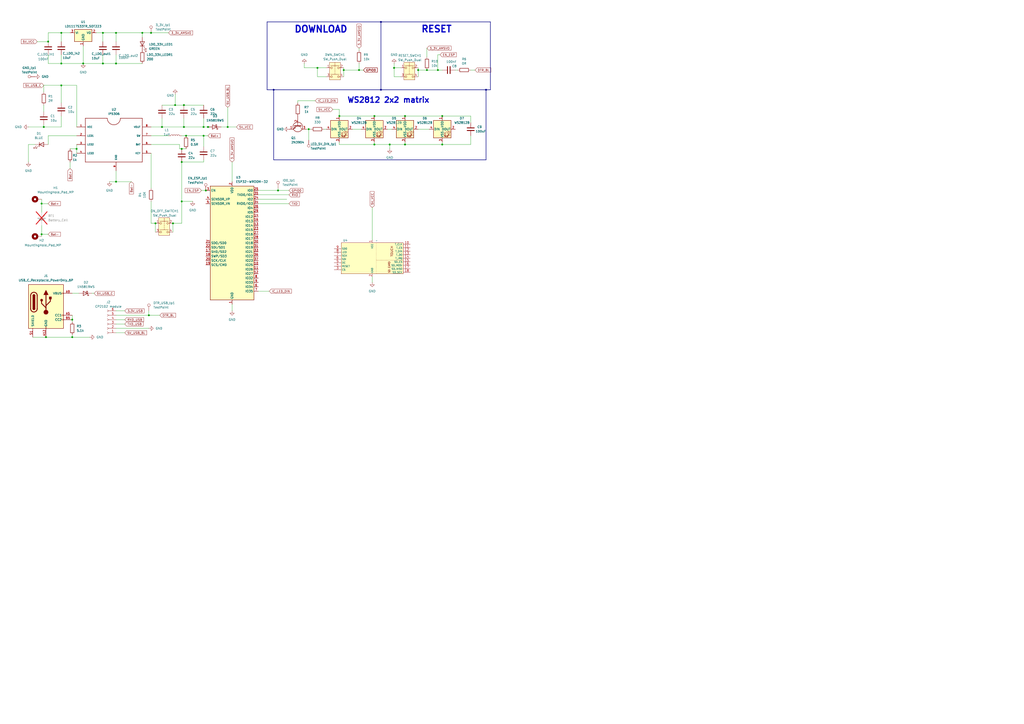
<source format=kicad_sch>
(kicad_sch (version 20231120) (generator "eeschema") (generator_version "8.0")
  (paper "A2")
  (lib_symbols
    (symbol "ASKLib:2.8{dblquote}_display"
      (property "Reference" "U" (at -16.764 9.906 0))
      (symbol "2.8{dblquote}_display_1_1"
        (text "SD CARD\n" (at 9.906 -5.08 900) (effects (font (size 1 1))))
        (text "TOUCH" (at 11.43 4.064 900) (effects (font (size 1.27 1.27))))
        (pin input line (at 0 10.668 270) (length 1.57) (name "VCC") (number "1"))
        (pin input line (at 22.098 8.128 180) (length 4) (name "T_CLK") (number "10"))
        (pin input line (at 22.098 6.096 180) (length 4) (name "T_CS") (number "11"))
        (pin input line (at 22.098 4.064 180) (length 4) (name "T_DIN") (number "12"))
        (pin input line (at 22.098 2.032 180) (length 4) (name "T_DO") (number "13"))
        (pin input line (at 22.098 0 180) (length 4) (name "T_IRQ") (number "14"))
        (pin input line (at 22.098 -2.032 180) (length 4) (name "SD_CS") (number "15"))
        (pin input line (at 22.098 -4.064 180) (length 4) (name "SD_MOSI") (number "16"))
        (pin input line (at 22.098 -6.096 180) (length 4) (name "SD_NISO") (number "17"))
        (pin input line (at 22.098 -8.128 180) (length 4) (name "SD_SCK") (number "18"))
        (pin input line (at 0 -10.668 90) (length 1.57) (name "GND") (number "2"))
        (pin input line (at -22.098 -6.604 0) (length 4) (name "CS") (number "3"))
        (pin input line (at -22.098 -4.572 0) (length 4) (name "RESET") (number "4"))
        (pin input line (at -22.098 -2.54 0) (length 4) (name "DC") (number "5"))
        (pin input line (at -22.098 -0.508 0) (length 4) (name "SDI") (number "6"))
        (pin input line (at -22.098 1.524 0) (length 4) (name "SCK") (number "7"))
        (pin input line (at -22.098 3.556 0) (length 4) (name "LED") (number "8"))
        (pin input line (at -22.098 5.588 0) (length 4) (name "SDO") (number "9"))
      )
    )
    (symbol "Connector:Conn_01x06_Socket" (pin_names (offset 1.016) hide)
      (property "Reference" "J" (at 0 7.62 0))
      (property "Value" "Conn_01x06_Socket" (at 0 -10.16 0))
      (symbol "Conn_01x06_Socket_1_1"
        (pin passive line (at -5.08 5.08 0) (length 3.81) (name "Pin_1") (number "1"))
        (pin passive line (at -5.08 2.54 0) (length 3.81) (name "Pin_2") (number "2"))
        (pin passive line (at -5.08 0 0) (length 3.81) (name "Pin_3") (number "3"))
        (pin passive line (at -5.08 -2.54 0) (length 3.81) (name "Pin_4") (number "4"))
        (pin passive line (at -5.08 -5.08 0) (length 3.81) (name "Pin_5") (number "5"))
        (pin passive line (at -5.08 -7.62 0) (length 3.81) (name "Pin_6") (number "6"))
      )
    )
    (symbol "Connector:TestPoint" (pin_numbers hide) (pin_names (offset 0.762) hide)
      (property "Reference" "TP" (at 0 6.858 0))
      (property "Value" "TestPoint" (at 0 5.08 0))
      (symbol "TestPoint_1_1"
        (pin passive line (at 0 0 90) (length 2.54) (name "1") (number "1"))
      )
    )
    (symbol "Connector:USB_C_Receptacle_PowerOnly_6P" (pin_names (offset 1.016))
      (property "Reference" "J" (at 0 16.51 0))
      (property "Value" "USB_C_Receptacle_PowerOnly_6P" (at 0 13.97 0))
      (symbol "USB_C_Receptacle_PowerOnly_6P_1_1"
        (pin passive line (at 0 -17.78 90) (length 5.08) (name "GND") (number "A12"))
        (pin bidirectional line (at 15.24 -5.08 180) (length 5.08) (name "CC1") (number "A5"))
        (pin passive line (at 15.24 7.62 180) (length 5.08) (name "VBUS") (number "A9"))
        (pin passive line (at 0 -17.78 90) (length 5.08) hide (name "GND") (number "B12"))
        (pin bidirectional line (at 15.24 -7.62 180) (length 5.08) (name "CC2") (number "B5"))
        (pin passive line (at 15.24 7.62 180) (length 5.08) hide (name "VBUS") (number "B9"))
        (pin passive line (at -7.62 -17.78 90) (length 5.08) (name "SHIELD") (number "S1"))
      )
    )
    (symbol "Device:Battery_Cell" (pin_numbers hide) (pin_names (offset 0) hide)
      (property "Reference" "BT" (at 2.54 2.54 0))
      (property "Value" "Battery_Cell" (at 2.54 0 0))
      (symbol "Battery_Cell_1_1"
        (pin passive line (at 0 5.08 270) (length 2.54) (name "+") (number "1"))
        (pin passive line (at 0 -2.54 90) (length 2.54) (name "-") (number "2"))
      )
    )
    (symbol "Device:C" (pin_numbers hide) (pin_names (offset 0.254))
      (property "Reference" "C" (at 0.635 2.54 0))
      (property "Value" "C" (at 0.635 -2.54 0))
      (symbol "C_1_1"
        (pin passive line (at 0 3.81 270) (length 2.794) (name "~") (number "1"))
        (pin passive line (at 0 -3.81 90) (length 2.794) (name "~") (number "2"))
      )
    )
    (symbol "Device:L" (pin_numbers hide) (pin_names (offset 1.016) hide)
      (property "Reference" "L" (at -1.27 0 90))
      (property "Value" "L" (at 1.905 0 90))
      (symbol "L_1_1"
        (pin passive line (at 0 3.81 270) (length 1.27) (name "1") (number "1"))
        (pin passive line (at 0 -3.81 90) (length 1.27) (name "2") (number "2"))
      )
    )
    (symbol "Device:LED" (pin_numbers hide) (pin_names (offset 1.016) hide)
      (property "Reference" "D" (at 0 2.54 0))
      (property "Value" "LED" (at 0 -2.54 0))
      (symbol "LED_1_1"
        (pin passive line (at -3.81 0 0) (length 2.54) (name "K") (number "1"))
        (pin passive line (at 3.81 0 180) (length 2.54) (name "A") (number "2"))
      )
    )
    (symbol "Device:R" (pin_numbers hide) (pin_names (offset 0))
      (property "Reference" "R" (at 2.032 0 90))
      (property "Value" "R" (at 0 0 90))
      (symbol "R_1_1"
        (pin passive line (at 0 3.81 270) (length 1.27) (name "~") (number "1"))
        (pin passive line (at 0 -3.81 90) (length 1.27) (name "~") (number "2"))
      )
    )
    (symbol "Diode:1N5819WS" (pin_numbers hide) (pin_names (offset 1.016) hide)
      (property "Reference" "D" (at 0 2.54 0))
      (property "Value" "1N5819WS" (at 0 -2.54 0))
      (symbol "1N5819WS_1_1"
        (pin passive line (at -3.81 0 0) (length 2.54) (name "K") (number "1"))
        (pin passive line (at 3.81 0 180) (length 2.54) (name "A") (number "2"))
      )
    )
    (symbol "IP5306:IP5306" (pin_names (offset 1.016))
      (property "Reference" "U" (at 12.7 17.78 0))
      (property "Value" "IP5306" (at 12.7 15.24 0))
      (symbol "IP5306_0_0"
        (pin power_in line (at -5.08 20.32 0) (length 5.08) (name "VCC") (number "1"))
        (pin output line (at -5.08 15.24 0) (length 5.08) (name "LED1") (number "2"))
        (pin output line (at -5.08 10.16 0) (length 5.08) (name "LED2") (number "3"))
        (pin output line (at -5.08 5.08 0) (length 5.08) (name "LED3") (number "4"))
        (pin input line (at 38.1 5.08 180) (length 5.08) (name "KEY") (number "5"))
        (pin input line (at 38.1 10.16 180) (length 5.08) (name "BAT") (number "6"))
        (pin output line (at 38.1 15.24 180) (length 5.08) (name "SW") (number "7"))
        (pin output line (at 38.1 20.32 180) (length 5.08) (name "VOUT") (number "8"))
        (pin power_in line (at 17.78 -5.08 90) (length 5.08) (name "GND") (number "9"))
      )
    )
    (symbol "LED:WS2812B" (pin_names (offset 0.254))
      (property "Reference" "D" (at 5.08 5.715 0))
      (property "Value" "WS2812B" (at 1.27 -5.715 0))
      (symbol "WS2812B_0_0"
        (text "RGB" (at 2.286 -4.191 0) (effects (font (size 0.762 0.762))))
      )
      (symbol "WS2812B_1_1"
        (pin power_in line (at 0 7.62 270) (length 2.54) (name "VDD") (number "1"))
        (pin output line (at 7.62 0 180) (length 2.54) (name "DOUT") (number "2"))
        (pin power_in line (at 0 -7.62 90) (length 2.54) (name "VSS") (number "3"))
        (pin input line (at -7.62 0 0) (length 2.54) (name "DIN") (number "4"))
      )
    )
    (symbol "Mechanical:MountingHole_Pad_MP" (pin_numbers hide) (pin_names (offset 1.016) hide) (exclude_from_sim yes) (in_bom no)
      (property "Reference" "H" (at 0 6.35 0))
      (property "Value" "MountingHole_Pad_MP" (at 0 4.445 0))
      (symbol "MountingHole_Pad_MP_1_1"
        (pin input line (at 0 -2.54 90) (length 2.54) (name "MP") (number "MP"))
      )
    )
    (symbol "RF_Module:ESP32-WROOM-32"
      (property "Reference" "U" (at -12.7 34.29 0))
      (property "Value" "ESP32-WROOM-32" (at 1.27 34.29 0))
      (symbol "ESP32-WROOM-32_1_1"
        (pin power_in line (at 0 -35.56 90) (length 2.54) (name "GND") (number "1"))
        (pin bidirectional line (at 15.24 -12.7 180) (length 2.54) (name "IO25") (number "10"))
        (pin bidirectional line (at 15.24 -15.24 180) (length 2.54) (name "IO26") (number "11"))
        (pin bidirectional line (at 15.24 -17.78 180) (length 2.54) (name "IO27") (number "12"))
        (pin bidirectional line (at 15.24 10.16 180) (length 2.54) (name "IO14") (number "13"))
        (pin bidirectional line (at 15.24 15.24 180) (length 2.54) (name "IO12") (number "14"))
        (pin passive line (at 0 -35.56 90) (length 2.54) hide (name "GND") (number "15"))
        (pin bidirectional line (at 15.24 12.7 180) (length 2.54) (name "IO13") (number "16"))
        (pin bidirectional line (at -15.24 -5.08 0) (length 2.54) (name "SHD/SD2") (number "17"))
        (pin bidirectional line (at -15.24 -7.62 0) (length 2.54) (name "SWP/SD3") (number "18"))
        (pin bidirectional line (at -15.24 -12.7 0) (length 2.54) (name "SCS/CMD") (number "19"))
        (pin power_in line (at 0 35.56 270) (length 2.54) (name "VDD") (number "2"))
        (pin bidirectional line (at -15.24 -10.16 0) (length 2.54) (name "SCK/CLK") (number "20"))
        (pin bidirectional line (at -15.24 0 0) (length 2.54) (name "SDO/SD0") (number "21"))
        (pin bidirectional line (at -15.24 -2.54 0) (length 2.54) (name "SDI/SD1") (number "22"))
        (pin bidirectional line (at 15.24 7.62 180) (length 2.54) (name "IO15") (number "23"))
        (pin bidirectional line (at 15.24 25.4 180) (length 2.54) (name "IO2") (number "24"))
        (pin bidirectional line (at 15.24 30.48 180) (length 2.54) (name "IO0") (number "25"))
        (pin bidirectional line (at 15.24 20.32 180) (length 2.54) (name "IO4") (number "26"))
        (pin bidirectional line (at 15.24 5.08 180) (length 2.54) (name "IO16") (number "27"))
        (pin bidirectional line (at 15.24 2.54 180) (length 2.54) (name "IO17") (number "28"))
        (pin bidirectional line (at 15.24 17.78 180) (length 2.54) (name "IO5") (number "29"))
        (pin input line (at -15.24 30.48 0) (length 2.54) (name "EN") (number "3"))
        (pin bidirectional line (at 15.24 0 180) (length 2.54) (name "IO18") (number "30"))
        (pin bidirectional line (at 15.24 -2.54 180) (length 2.54) (name "IO19") (number "31"))
        (pin no_connect line (at -12.7 -27.94 0) (length 2.54) hide (name "NC") (number "32"))
        (pin bidirectional line (at 15.24 -5.08 180) (length 2.54) (name "IO21") (number "33"))
        (pin bidirectional line (at 15.24 22.86 180) (length 2.54) (name "RXD0/IO3") (number "34"))
        (pin bidirectional line (at 15.24 27.94 180) (length 2.54) (name "TXD0/IO1") (number "35"))
        (pin bidirectional line (at 15.24 -7.62 180) (length 2.54) (name "IO22") (number "36"))
        (pin bidirectional line (at 15.24 -10.16 180) (length 2.54) (name "IO23") (number "37"))
        (pin passive line (at 0 -35.56 90) (length 2.54) hide (name "GND") (number "38"))
        (pin passive line (at 0 -35.56 90) (length 2.54) hide (name "GND") (number "39"))
        (pin input line (at -15.24 25.4 0) (length 2.54) (name "SENSOR_VP") (number "4"))
        (pin input line (at -15.24 22.86 0) (length 2.54) (name "SENSOR_VN") (number "5"))
        (pin input line (at 15.24 -25.4 180) (length 2.54) (name "IO34") (number "6"))
        (pin input line (at 15.24 -27.94 180) (length 2.54) (name "IO35") (number "7"))
        (pin bidirectional line (at 15.24 -20.32 180) (length 2.54) (name "IO32") (number "8"))
        (pin bidirectional line (at 15.24 -22.86 180) (length 2.54) (name "IO33") (number "9"))
      )
    )
    (symbol "Regulator_Linear:LD1117S33TR_SOT223"
      (property "Reference" "U" (at -3.81 3.175 0))
      (property "Value" "LD1117S33TR_SOT223" (at 0 3.175 0))
      (symbol "LD1117S33TR_SOT223_1_1"
        (pin power_in line (at 0 -7.62 90) (length 2.54) (name "GND") (number "1"))
        (pin power_out line (at 7.62 0 180) (length 2.54) (name "VO") (number "2"))
        (pin power_in line (at -7.62 0 0) (length 2.54) (name "VI") (number "3"))
      )
    )
    (symbol "Switch:SW_Push_Dual" (pin_names (offset 1.016) hide)
      (property "Reference" "SW" (at 0 7.62 0))
      (property "Value" "SW_Push_Dual" (at 0 -6.35 0))
      (symbol "SW_Push_Dual_0_1"
        (pin passive line (at -5.08 2.54 0) (length 2.54) (name "1") (number "1"))
        (pin passive line (at 5.08 2.54 180) (length 2.54) (name "2") (number "2"))
        (pin passive line (at -5.08 -2.54 0) (length 2.54) (name "3") (number "3"))
        (pin passive line (at 5.08 -2.54 180) (length 2.54) (name "4") (number "4"))
      )
    )
    (symbol "Transistor_BJT:2N3904" (pin_names (offset 0) hide)
      (property "Reference" "Q" (at 5.08 1.905 0))
      (property "Value" "2N3904" (at 5.08 0 0))
      (symbol "2N3904_1_1"
        (pin passive line (at 2.54 -5.08 90) (length 2.54) (name "E") (number "1"))
        (pin passive line (at -5.08 0 0) (length 5.715) (name "B") (number "2"))
        (pin passive line (at 2.54 5.08 270) (length 2.54) (name "C") (number "3"))
      )
    )
    (symbol "power:GND" (power) (pin_numbers hide) (pin_names (offset 0) hide)
      (property "Value" "GND" (at 0 -3.81 0))
      (symbol "GND_1_1"
        (pin power_in line (at 0 0 270) (length 0) (name "~") (number "1"))
      )
    )
  )
  (junction (at 106.68 73.66))
  (junction (at 199.39 40.64))
  (junction (at 247.65 40.64))
  (junction (at 26.67 195.58))
  (junction (at 35.56 19.05))
  (junction (at 217.17 67.31))
  (junction (at 217.17 83.82))
  (junction (at 234.95 83.82))
  (junction (at 24.13 118.11))
  (junction (at 35.56 49.53))
  (junction (at 86.36 182.88))
  (junction (at 41.91 195.58))
  (junction (at 101.6 60.96))
  (junction (at 107.95 78.74))
  (junction (at 196.85 67.31))
  (junction (at 82.55 19.05))
  (junction (at 184.15 39.37))
  (junction (at 44.45 86.36))
  (junction (at 132.08 73.66))
  (junction (at 59.69 19.05))
  (junction (at 161.29 110.49))
  (junction (at 254 40.64))
  (junction (at 105.41 93.98))
  (junction (at 25.4 73.66))
  (junction (at 24.13 135.89))
  (junction (at 100.33 129.54))
  (junction (at 105.41 116.84))
  (junction (at 59.69 36.83))
  (junction (at 226.06 83.82))
  (junction (at 48.26 36.83))
  (junction (at 87.63 19.05))
  (junction (at 228.6 39.37))
  (junction (at 208.28 40.64))
  (junction (at 106.68 60.96))
  (junction (at 67.31 105.41))
  (junction (at 35.56 36.83))
  (junction (at 118.11 78.74))
  (junction (at 158.75 52.07))
  (junction (at 105.41 86.36))
  (junction (at 256.54 67.31))
  (junction (at 119.38 110.49))
  (junction (at 93.98 73.66))
  (junction (at 90.17 129.54))
  (junction (at 118.11 73.66))
  (junction (at 281.94 52.07))
  (junction (at 120.65 73.66))
  (junction (at 67.31 19.05))
  (junction (at 27.94 24.13))
  (junction (at 41.91 185.42))
  (junction (at 220.98 12.7))
  (junction (at 220.98 52.07))
  (junction (at 67.31 36.83))
  (junction (at 256.54 83.82))
  (junction (at 234.95 67.31))
  (junction (at 242.57 40.64))
  (junction (at 179.07 74.93))
  (wire (pts (xy 40.64 93.98) (xy 40.64 97.79)))
  (bus (pts (xy 281.94 52.07) (xy 284.48 52.07)))
  (wire (pts (xy 67.31 105.41) (xy 76.2 105.41)))
  (wire (pts (xy 72.39 180.34) (xy 67.31 180.34)))
  (wire (pts (xy 106.68 68.58) (xy 106.68 73.66)))
  (wire (pts (xy 35.56 49.53) (xy 44.45 49.53)))
  (wire (pts (xy 104.14 83.82) (xy 87.63 83.82)))
  (wire (pts (xy 59.69 36.83) (xy 59.69 31.75)))
  (wire (pts (xy 105.41 93.98) (xy 105.41 116.84)))
  (wire (pts (xy 59.69 19.05) (xy 59.69 24.13)))
  (wire (pts (xy 256.54 40.64) (xy 254 40.64)))
  (wire (pts (xy 226.06 83.82) (xy 217.17 83.82)))
  (wire (pts (xy 101.6 54.61) (xy 101.6 60.96)))
  (wire (pts (xy 199.39 40.64) (xy 199.39 44.45)))
  (wire (pts (xy 25.4 60.96) (xy 25.4 64.77)))
  (wire (pts (xy 104.14 86.36) (xy 105.41 86.36)))
  (wire (pts (xy 161.29 109.22) (xy 161.29 110.49)))
  (wire (pts (xy 16.51 83.82) (xy 20.32 83.82)))
  (wire (pts (xy 134.62 93.98) (xy 134.62 105.41)))
  (bus (pts (xy 220.98 52.07) (xy 158.75 52.07)))
  (wire (pts (xy 242.57 74.93) (xy 248.92 74.93)))
  (wire (pts (xy 182.88 58.42) (xy 172.72 58.42)))
  (wire (pts (xy 189.23 44.45) (xy 184.15 44.45)))
  (wire (pts (xy 242.57 40.64) (xy 242.57 44.45)))
  (wire (pts (xy 25.4 49.53) (xy 25.4 53.34)))
  (wire (pts (xy 234.95 83.82) (xy 226.06 83.82)))
  (wire (pts (xy 247.65 27.94) (xy 247.65 33.02)))
  (wire (pts (xy 44.45 83.82) (xy 44.45 86.36)))
  (wire (pts (xy 256.54 83.82) (xy 234.95 83.82)))
  (wire (pts (xy 208.28 36.83) (xy 208.28 40.64)))
  (wire (pts (xy 106.68 60.96) (xy 118.11 60.96)))
  (wire (pts (xy 24.13 130.81) (xy 24.13 135.89)))
  (wire (pts (xy 100.33 134.62) (xy 100.33 129.54)))
  (wire (pts (xy 196.85 67.31) (xy 217.17 67.31)))
  (wire (pts (xy 208.28 40.64) (xy 210.82 40.64)))
  (wire (pts (xy 35.56 36.83) (xy 48.26 36.83)))
  (bus (pts (xy 220.98 12.7) (xy 284.48 12.7)))
  (wire (pts (xy 273.05 40.64) (xy 275.59 40.64)))
  (bus (pts (xy 284.48 12.7) (xy 284.48 52.07)))
  (wire (pts (xy 199.39 40.64) (xy 199.39 39.37)))
  (wire (pts (xy 120.65 73.66) (xy 118.11 73.66)))
  (wire (pts (xy 27.94 19.05) (xy 35.56 19.05)))
  (wire (pts (xy 67.31 99.06) (xy 67.31 105.41)))
  (wire (pts (xy 234.95 67.31) (xy 256.54 67.31)))
  (wire (pts (xy 254 31.75) (xy 254 40.64)))
  (bus (pts (xy 281.94 52.07) (xy 281.94 92.71)))
  (wire (pts (xy 87.63 78.74) (xy 97.79 78.74)))
  (wire (pts (xy 184.15 44.45) (xy 184.15 39.37)))
  (wire (pts (xy 41.91 195.58) (xy 26.67 195.58)))
  (wire (pts (xy 118.11 68.58) (xy 118.11 73.66)))
  (bus (pts (xy 220.98 12.7) (xy 220.98 52.07)))
  (wire (pts (xy 118.11 92.71) (xy 118.11 93.98)))
  (wire (pts (xy 149.86 113.03) (xy 167.64 113.03)))
  (wire (pts (xy 134.62 180.34) (xy 134.62 176.53)))
  (wire (pts (xy 204.47 74.93) (xy 209.55 74.93)))
  (wire (pts (xy 21.59 24.13) (xy 27.94 24.13)))
  (wire (pts (xy 208.28 27.94) (xy 208.28 29.21)))
  (wire (pts (xy 35.56 73.66) (xy 25.4 73.66)))
  (wire (pts (xy 256.54 67.31) (xy 273.05 67.31)))
  (wire (pts (xy 52.07 195.58) (xy 41.91 195.58)))
  (wire (pts (xy 27.94 36.83) (xy 35.56 36.83)))
  (wire (pts (xy 101.6 60.96) (xy 106.68 60.96)))
  (wire (pts (xy 228.6 36.83) (xy 228.6 39.37)))
  (wire (pts (xy 179.07 81.28) (xy 179.07 74.93)))
  (wire (pts (xy 196.85 63.5) (xy 196.85 67.31)))
  (wire (pts (xy 118.11 78.74) (xy 120.65 78.74)))
  (wire (pts (xy 228.6 44.45) (xy 228.6 39.37)))
  (wire (pts (xy 121.92 73.66) (xy 120.65 73.66)))
  (wire (pts (xy 27.94 135.89) (xy 24.13 135.89)))
  (wire (pts (xy 215.9 120.396) (xy 215.9 139.192)))
  (wire (pts (xy 27.94 36.83) (xy 27.94 31.75)))
  (bus (pts (xy 220.98 52.07) (xy 281.94 52.07)))
  (wire (pts (xy 41.91 194.31) (xy 41.91 195.58)))
  (wire (pts (xy 226.06 86.36) (xy 226.06 83.82)))
  (wire (pts (xy 24.13 115.57) (xy 24.13 118.11)))
  (wire (pts (xy 86.36 180.34) (xy 86.36 182.88)))
  (wire (pts (xy 273.05 67.31) (xy 273.05 71.12)))
  (wire (pts (xy 35.56 19.05) (xy 35.56 24.13)))
  (wire (pts (xy 67.31 36.83) (xy 82.55 36.83)))
  (wire (pts (xy 59.69 36.83) (xy 67.31 36.83)))
  (wire (pts (xy 105.41 129.54) (xy 105.41 116.84)))
  (wire (pts (xy 25.4 72.39) (xy 25.4 73.66)))
  (wire (pts (xy 44.45 86.36) (xy 44.45 88.9)))
  (wire (pts (xy 111.76 116.84) (xy 105.41 116.84)))
  (wire (pts (xy 264.16 40.64) (xy 265.43 40.64)))
  (wire (pts (xy 24.13 135.89) (xy 24.13 137.16)))
  (wire (pts (xy 45.72 170.18) (xy 41.91 170.18)))
  (wire (pts (xy 176.53 39.37) (xy 184.15 39.37)))
  (wire (pts (xy 59.69 19.05) (xy 67.31 19.05)))
  (wire (pts (xy 128.27 73.66) (xy 132.08 73.66)))
  (wire (pts (xy 273.05 83.82) (xy 256.54 83.82)))
  (wire (pts (xy 273.05 78.74) (xy 273.05 83.82)))
  (wire (pts (xy 177.8 74.93) (xy 179.07 74.93)))
  (wire (pts (xy 228.6 39.37) (xy 232.41 39.37)))
  (wire (pts (xy 132.08 73.66) (xy 137.16 73.66)))
  (wire (pts (xy 215.9 160.528) (xy 215.9 163.83)))
  (wire (pts (xy 27.94 24.13) (xy 27.94 19.05)))
  (wire (pts (xy 27.94 78.74) (xy 27.94 83.82)))
  (wire (pts (xy 149.86 110.49) (xy 161.29 110.49)))
  (wire (pts (xy 184.15 39.37) (xy 189.23 39.37)))
  (wire (pts (xy 40.64 86.36) (xy 44.45 86.36)))
  (wire (pts (xy 105.41 86.36) (xy 107.95 86.36)))
  (wire (pts (xy 41.91 185.42) (xy 41.91 186.69)))
  (wire (pts (xy 106.68 73.66) (xy 118.11 73.66)))
  (wire (pts (xy 67.31 36.83) (xy 67.31 31.75)))
  (wire (pts (xy 44.45 78.74) (xy 27.94 78.74)))
  (wire (pts (xy 48.26 26.67) (xy 48.26 36.83)))
  (wire (pts (xy 90.17 134.62) (xy 90.17 129.54)))
  (wire (pts (xy 67.31 19.05) (xy 82.55 19.05)))
  (wire (pts (xy 199.39 40.64) (xy 208.28 40.64)))
  (wire (pts (xy 166.37 115.57) (xy 149.86 115.57)))
  (wire (pts (xy 256.54 82.55) (xy 256.54 83.82)))
  (wire (pts (xy 87.63 116.84) (xy 87.63 129.54)))
  (wire (pts (xy 86.36 182.88) (xy 92.71 182.88)))
  (bus (pts (xy 154.94 12.7) (xy 220.98 12.7)))
  (wire (pts (xy 67.31 182.88) (xy 86.36 182.88)))
  (wire (pts (xy 35.56 36.83) (xy 35.56 31.75)))
  (wire (pts (xy 44.45 49.53) (xy 44.45 73.66)))
  (wire (pts (xy 172.72 58.42) (xy 172.72 59.69)))
  (wire (pts (xy 87.63 129.54) (xy 90.17 129.54)))
  (wire (pts (xy 193.04 63.5) (xy 196.85 63.5)))
  (wire (pts (xy 24.13 118.11) (xy 24.13 123.19)))
  (wire (pts (xy 156.21 168.91) (xy 149.86 168.91)))
  (wire (pts (xy 217.17 82.55) (xy 217.17 83.82)))
  (wire (pts (xy 179.07 74.93) (xy 180.34 74.93)))
  (wire (pts (xy 82.55 19.05) (xy 87.63 19.05)))
  (wire (pts (xy 167.64 118.11) (xy 149.86 118.11)))
  (wire (pts (xy 55.88 19.05) (xy 59.69 19.05)))
  (bus (pts (xy 158.75 52.07) (xy 158.75 92.71)))
  (wire (pts (xy 107.95 78.74) (xy 118.11 78.74)))
  (wire (pts (xy 27.94 118.11) (xy 24.13 118.11)))
  (wire (pts (xy 187.96 74.93) (xy 189.23 74.93)))
  (wire (pts (xy 116.84 110.49) (xy 119.38 110.49)))
  (wire (pts (xy 254 31.75) (xy 255.27 31.75)))
  (wire (pts (xy 54.61 170.18) (xy 53.34 170.18)))
  (wire (pts (xy 67.31 19.05) (xy 67.31 24.13)))
  (wire (pts (xy 224.79 74.93) (xy 227.33 74.93)))
  (wire (pts (xy 67.31 190.5) (xy 86.36 190.5)))
  (wire (pts (xy 72.39 185.42) (xy 67.31 185.42)))
  (wire (pts (xy 242.57 40.64) (xy 247.65 40.64)))
  (wire (pts (xy 19.05 195.58) (xy 26.67 195.58)))
  (bus (pts (xy 158.75 92.71) (xy 281.94 92.71)))
  (wire (pts (xy 72.39 193.04) (xy 67.31 193.04)))
  (wire (pts (xy 93.98 60.96) (xy 101.6 60.96)))
  (wire (pts (xy 176.53 36.83) (xy 176.53 39.37)))
  (wire (pts (xy 161.29 110.49) (xy 167.64 110.49)))
  (wire (pts (xy 63.5 105.41) (xy 67.31 105.41)))
  (wire (pts (xy 16.51 73.66) (xy 25.4 73.66)))
  (wire (pts (xy 242.57 40.64) (xy 242.57 39.37)))
  (wire (pts (xy 72.39 187.96) (xy 67.31 187.96)))
  (wire (pts (xy 93.98 68.58) (xy 93.98 73.66)))
  (wire (pts (xy 132.08 62.23) (xy 132.08 73.66)))
  (wire (pts (xy 118.11 78.74) (xy 118.11 85.09)))
  (wire (pts (xy 217.17 67.31) (xy 234.95 67.31)))
  (wire (pts (xy 82.55 21.59) (xy 82.55 19.05)))
  (wire (pts (xy 104.14 86.36) (xy 104.14 83.82)))
  (wire (pts (xy 35.56 49.53) (xy 35.56 59.69)))
  (wire (pts (xy 100.33 129.54) (xy 105.41 129.54)))
  (wire (pts (xy 228.6 44.45) (xy 232.41 44.45)))
  (wire (pts (xy 35.56 67.31) (xy 35.56 73.66)))
  (wire (pts (xy 87.63 73.66) (xy 93.98 73.66)))
  (wire (pts (xy 234.95 82.55) (xy 234.95 83.82)))
  (wire (pts (xy 196.85 83.82) (xy 196.85 82.55)))
  (wire (pts (xy 25.4 49.53) (xy 35.56 49.53)))
  (wire (pts (xy 217.17 83.82) (xy 196.85 83.82)))
  (wire (pts (xy 247.65 40.64) (xy 254 40.64)))
  (wire (pts (xy 87.63 88.9) (xy 87.63 109.22)))
  (wire (pts (xy 16.51 93.98) (xy 16.51 83.82)))
  (wire (pts (xy 48.26 36.83) (xy 59.69 36.83)))
  (wire (pts (xy 35.56 19.05) (xy 40.64 19.05)))
  (wire (pts (xy 93.98 73.66) (xy 106.68 73.66)))
  (bus (pts (xy 158.75 52.07) (xy 154.94 52.07)))
  (wire (pts (xy 41.91 182.88) (xy 41.91 185.42)))
  (wire (pts (xy 105.41 78.74) (xy 107.95 78.74)))
  (bus (pts (xy 154.94 52.07) (xy 154.94 12.7)))
  (wire (pts (xy 105.41 93.98) (xy 118.11 93.98)))
  (wire (pts (xy 87.63 19.05) (xy 97.79 19.05)))
  (text "DOWNLOAD" (at 186.182 19.304 0) (effects (font (size 3.81 3.81) (bold yes)) (justify bottom)))
  (text "WS2812 2x2 matrix\n" (at 225.298 58.166 0) (effects (font (size 3.175 3.175) (bold yes))))
  (text "RESET" (at 253.238 17.018 0) (effects (font (size 3.81 3.81) (bold yes))))
  (global_label "TXD_USB" (shape input) (at 72.39 187.96 0) (property "Intersheetrefs" "${INTERSHEET_REFS}" (effects (hide yes))))
  (global_label "5V_VCC" (shape input) (at 215.9 120.396 90) (property "Intersheetrefs" "${INTERSHEET_REFS}" (effects (hide yes))))
  (global_label "5V_VCC" (shape input) (at 21.59 24.13 180) (property "Intersheetrefs" "${INTERSHEET_REFS}" (effects (hide yes))))
  (global_label "Bat-" (shape input) (at 76.2 105.41 270) (property "Intersheetrefs" "${INTERSHEET_REFS}" (effects (hide yes))))
  (global_label "RXD_USB" (shape input) (at 72.39 185.42 0) (property "Intersheetrefs" "${INTERSHEET_REFS}" (effects (hide yes))))
  (global_label "3_3V_AMSVO" (shape input) (at 134.62 93.98 90) (property "Intersheetrefs" "${INTERSHEET_REFS}" (effects (hide yes))))
  (global_label "EN_ESP" (shape input) (at 255.27 31.75 0) (property "Intersheetrefs" "${INTERSHEET_REFS}" (effects (hide yes))))
  (global_label "IC_LED_DIN" (shape input) (at 156.21 168.91 0) (property "Intersheetrefs" "${INTERSHEET_REFS}" (effects (hide yes))))
  (global_label "5V_USB_BL" (shape input) (at 72.39 193.04 0) (property "Intersheetrefs" "${INTERSHEET_REFS}" (effects (hide yes))))
  (global_label "3_3V_AMSVO" (shape input) (at 208.28 27.94 90) (property "Intersheetrefs" "${INTERSHEET_REFS}" (effects (hide yes))))
  (global_label "Bat+" (shape input) (at 120.65 78.74 0) (property "Intersheetrefs" "${INTERSHEET_REFS}" (effects (hide yes))))
  (global_label "GPIO0" (shape input) (at 210.82 40.64 0) (property "Intersheetrefs" "${INTERSHEET_REFS}" (effects (hide yes))))
  (global_label "GPIO0" (shape input) (at 167.64 110.49 0) (property "Intersheetrefs" "${INTERSHEET_REFS}" (effects (hide yes))))
  (global_label "GPIO0" (shape input) (at 210.82 40.64 0) (property "Intersheetrefs" "${INTERSHEET_REFS}" (effects (hide yes))))
  (global_label "5V_USB_BL" (shape input) (at 132.08 62.23 90) (property "Intersheetrefs" "${INTERSHEET_REFS}" (effects (hide yes))))
  (global_label "3_3V_AMSVO" (shape input) (at 247.65 27.94 0) (property "Intersheetrefs" "${INTERSHEET_REFS}" (effects (hide yes))))
  (global_label "TXD" (shape input) (at 167.64 118.11 0) (property "Intersheetrefs" "${INTERSHEET_REFS}" (effects (hide yes))))
  (global_label "5V_VCC" (shape input) (at 193.04 63.5 180) (property "Intersheetrefs" "${INTERSHEET_REFS}" (effects (hide yes))))
  (global_label "Bat+" (shape input) (at 40.64 97.79 270) (property "Intersheetrefs" "${INTERSHEET_REFS}" (effects (hide yes))))
  (global_label "Bat+" (shape input) (at 27.94 118.11 0) (property "Intersheetrefs" "${INTERSHEET_REFS}" (effects (hide yes))))
  (global_label "5V_VCC" (shape input) (at 137.16 73.66 0) (property "Intersheetrefs" "${INTERSHEET_REFS}" (effects (hide yes))))
  (global_label "3_3V_AMSVO" (shape input) (at 97.79 19.05 0) (property "Intersheetrefs" "${INTERSHEET_REFS}" (effects (hide yes))))
  (global_label "DTR_BL" (shape input) (at 275.59 40.64 0) (property "Intersheetrefs" "${INTERSHEET_REFS}" (effects (hide yes))))
  (global_label "EN_ESP" (shape input) (at 116.84 110.49 180) (property "Intersheetrefs" "${INTERSHEET_REFS}" (effects (hide yes))))
  (global_label "5V_USB_C" (shape input) (at 54.61 170.18 0) (property "Intersheetrefs" "${INTERSHEET_REFS}" (effects (hide yes))))
  (global_label "RXD" (shape input) (at 167.64 113.03 0) (property "Intersheetrefs" "${INTERSHEET_REFS}" (effects (hide yes))))
  (global_label "5V_USB_C" (shape input) (at 25.4 49.53 180) (property "Intersheetrefs" "${INTERSHEET_REFS}" (effects (hide yes))))
  (global_label "3.3V_USB" (shape input) (at 72.39 180.34 0) (property "Intersheetrefs" "${INTERSHEET_REFS}" (effects (hide yes))))
  (global_label "Bat-" (shape input) (at 27.94 135.89 0) (property "Intersheetrefs" "${INTERSHEET_REFS}" (effects (hide yes))))
  (global_label "DTR_BL" (shape input) (at 92.71 182.88 0) (property "Intersheetrefs" "${INTERSHEET_REFS}" (effects (hide yes))))
  (global_label "IC_LED_DIN" (shape input) (at 182.88 58.42 0) (property "Intersheetrefs" "${INTERSHEET_REFS}" (effects (hide yes))))
  (symbol (lib_id "Regulator_Linear:LD1117S33TR_SOT223") (at 48.26 19.05 0) (unit 1)
    (property "Reference" "U1" (at 48.26 12.7 0))
    (property "Value" "LD1117S33TR_SOT223" (at 48.26 15.24 0))
    (property "Footprint" "Package_TO_SOT_SMD:SOT-223-3_TabPin2" (effects (hide yes)))
    (property "Datasheet" "http://www.st.com/st-web-ui/static/active/en/resource/technical/document/datasheet/CD00000544.pdf" (effects (hide yes)))
    (property "Description" "800mA Fixed Low Drop Positive Voltage Regulator, Fixed Output 3.3V, SOT-223" (effects (hide yes)))
  )
  (symbol (lib_id "IP5306:IP5306") (at 49.53 93.98 0) (unit 1)
    (property "Reference" "U2" (at 66.04 63.5 0))
    (property "Value" "IP5306" (at 66.04 66.04 0))
    (property "Footprint" "IP5306:SOIC9P127_490X600X170L84X42T330X241N" (effects (hide yes)))
    (property "MF" "Injoinic" (effects (hide yes)))
    (property "Description_1" "\n                        \n                            Fully-Integrated Power Bank System-On-Chip with 2.1A charger, 2.4A discharger\n                        \n" (effects (hide yes)))
    (property "Package" "None" (effects (hide yes)))
    (property "Price" "None" (effects (hide yes)))
    (property "SnapEDA_Link" "https://www.snapeda.com/parts/IP5306/Injoinic/view-part/?ref=snap" (effects (hide yes)))
    (property "MP" "IP5306" (effects (hide yes)))
    (property "Availability" "In Stock" (effects (hide yes)))
    (property "Check_prices" "https://www.snapeda.com/parts/IP5306/Injoinic/view-part/?ref=eda" (effects (hide yes)))
  )
  (symbol (lib_id "Connector:TestPoint") (at 179.07 81.28 180) (unit 1)
    (property "Reference" "LED_5V_DIN_tp1" (at 180.086 83.566 0) (effects (justify right)))
    (property "Value" "TestPoint" (at 180.086 86.106 0) (effects (justify right)))
    (property "Footprint" "TestPoint:TestPoint_Pad_D1.0mm" (effects (hide yes)))
    (property "Description" "test point" (effects (hide yes)))
  )
  (symbol (lib_id "LED:WS2812B") (at 196.85 74.93 0) (unit 1)
    (property "Reference" "D4" (at 208.28 68.6114 0))
    (property "Value" "WS2812B" (at 208.28 71.1514 0))
    (property "Footprint" "LED_SMD:LED_WS2812B_PLCC4_5.0x5.0mm_P3.2mm" (effects (hide yes)))
    (property "Datasheet" "https://cdn-shop.adafruit.com/datasheets/WS2812B.pdf" (effects (hide yes)))
    (property "Description" "RGB LED with integrated controller" (effects (hide yes)))
  )
  (symbol (lib_id "Device:C") (at 106.68 64.77 0) (unit 1)
    (property "Reference" "C5" (at 110.49 63.4999 0) (effects (justify left)))
    (property "Value" "22u" (at 110.49 66.0399 0) (effects (justify left)))
    (property "Footprint" "Capacitor_SMD:C_1206_3216Metric_Pad1.33x1.80mm_HandSolder" (effects (hide yes)))
    (property "Description" "Unpolarized capacitor" (effects (hide yes)))
  )
  (symbol (lib_id "Device:C") (at 273.05 74.93 180) (unit 1)
    (property "Reference" "C9" (at 276.86 73.6599 0) (effects (justify right)))
    (property "Value" "100uF" (at 275.844 76.2 0) (effects (justify right)))
    (property "Footprint" "Capacitor_SMD:C_1206_3216Metric_Pad1.33x1.80mm_HandSolder" (effects (hide yes)))
    (property "Description" "Unpolarized capacitor" (effects (hide yes)))
  )
  (symbol (lib_id "Device:R") (at 40.64 90.17 180) (unit 1)
    (property "Reference" "R2" (at 42.164 90.17 0) (effects (justify right)))
    (property "Value" "1k" (at 42.164 92.71 0) (effects (justify right)))
    (property "Footprint" "Resistor_SMD:R_1206_3216Metric_Pad1.30x1.75mm_HandSolder" (effects (hide yes)))
    (property "Description" "Resistor" (effects (hide yes)))
  )
  (symbol (lib_id "Mechanical:MountingHole_Pad_MP") (at 21.59 137.16 90) (unit 1) (exclude_from_sim yes) (in_bom no)
    (property "Reference" "H2" (at 24.13 139.446 90))
    (property "Value" "MountingHole_Pad_MP" (at 24.892 142.24 90))
    (property "Footprint" "TestPoint:TestPoint_Pad_2.5x2.5mm" (effects (hide yes)))
    (property "Description" "Mounting Hole with connection as pad named MP" (effects (hide yes)))
  )
  (symbol (lib_id "Switch:SW_Push_Dual") (at 194.31 41.91 0) (unit 1)
    (property "Reference" "DWN_SWCH1" (at 194.31 31.75 0))
    (property "Value" "SW_Push_Dual" (at 194.31 34.29 0))
    (property "Footprint" "Library:SW_Push_12x12_aliexpress" (effects (hide yes)))
    (property "Description" "Push button switch, generic, symbol, four pins" (effects (hide yes)))
  )
  (symbol (lib_id "ASKLib:2.8{dblquote}_display") (at 215.9 149.86 0) (unit 1)
    (property "Reference" "U4" (at 198.882 139.446 0) (effects (justify left)))
    (property "Value" "~" (at 217.9084 139.7 0) (effects (justify left)))
    (property "Footprint" "ASK:TFT ILI9341" (effects (hide yes)))
  )
  (symbol (lib_id "power:GND") (at 63.5 105.41 0) (unit 1)
    (property "Reference" "#PWR06" (effects (hide yes)))
    (property "Value" "GND" (at 63.5 110.49 0))
    (property "Description" "Power symbol creates a global label with name \"GND\" , ground" (effects (hide yes)))
  )
  (symbol (lib_id "LED:WS2812B") (at 217.17 74.93 0) (unit 1)
    (property "Reference" "D5" (at 228.6 68.6114 0))
    (property "Value" "WS2812B" (at 228.6 71.1514 0))
    (property "Footprint" "LED_SMD:LED_WS2812B_PLCC4_5.0x5.0mm_P3.2mm" (effects (hide yes)))
    (property "Datasheet" "https://cdn-shop.adafruit.com/datasheets/WS2812B.pdf" (effects (hide yes)))
    (property "Description" "RGB LED with integrated controller" (effects (hide yes)))
  )
  (symbol (lib_id "LED:WS2812B") (at 234.95 74.93 0) (unit 1)
    (property "Reference" "D6" (at 246.38 68.6114 0))
    (property "Value" "WS2812B" (at 246.38 71.1514 0))
    (property "Footprint" "LED_SMD:LED_WS2812B_PLCC4_5.0x5.0mm_P3.2mm" (effects (hide yes)))
    (property "Datasheet" "https://cdn-shop.adafruit.com/datasheets/WS2812B.pdf" (effects (hide yes)))
    (property "Description" "RGB LED with integrated controller" (effects (hide yes)))
  )
  (symbol (lib_id "Device:R") (at 41.91 190.5 0) (unit 1)
    (property "Reference" "R3" (at 44.45 189.2299 0) (effects (justify left)))
    (property "Value" "5.1k" (at 44.45 191.7699 0) (effects (justify left)))
    (property "Footprint" "Resistor_SMD:R_1206_3216Metric_Pad1.30x1.75mm_HandSolder" (effects (hide yes)))
    (property "Description" "Resistor" (effects (hide yes)))
  )
  (symbol (lib_id "power:GND") (at 228.6 36.83 180) (unit 1)
    (property "Reference" "#PWR015" (effects (hide yes)))
    (property "Value" "GND" (at 228.6 31.75 0))
    (property "Description" "Power symbol creates a global label with name \"GND\" , ground" (effects (hide yes)))
  )
  (symbol (lib_id "power:GND") (at 52.07 195.58 90) (unit 1)
    (property "Reference" "#PWR05" (effects (hide yes)))
    (property "Value" "GND" (at 55.88 195.5799 90) (effects (justify right)))
    (property "Description" "Power symbol creates a global label with name \"GND\" , ground" (effects (hide yes)))
  )
  (symbol (lib_id "power:GND") (at 20.32 44.45 90) (unit 1)
    (property "Reference" "#PWR03" (effects (hide yes)))
    (property "Value" "GND" (at 24.13 44.4499 90) (effects (justify right)))
    (property "Description" "Power symbol creates a global label with name \"GND\" , ground" (effects (hide yes)))
  )
  (symbol (lib_id "Connector:TestPoint") (at 20.32 44.45 90) (unit 1)
    (property "Reference" "GND_tp1" (at 17.018 39.37 90))
    (property "Value" "TestPoint" (at 17.018 41.91 90))
    (property "Footprint" "TestPoint:TestPoint_Pad_D1.0mm" (effects (hide yes)))
    (property "Description" "test point" (effects (hide yes)))
  )
  (symbol (lib_id "power:GND") (at 134.62 180.34 0) (unit 1)
    (property "Reference" "#PWR010" (effects (hide yes)))
    (property "Value" "GND" (at 134.62 185.42 0))
    (property "Description" "Power symbol creates a global label with name \"GND\" , ground" (effects (hide yes)))
  )
  (symbol (lib_id "Device:LED") (at 82.55 25.4 90) (unit 1)
    (property "Reference" "LDO_33V_LED1" (at 86.36 25.7174 90) (effects (justify right)))
    (property "Value" "GREEN" (at 86.36 28.2574 90) (effects (justify right)))
    (property "Footprint" "LED_THT:LED_D3.0mm" (effects (hide yes)))
    (property "Description" "Light emitting diode" (effects (hide yes)))
  )
  (symbol (lib_id "Connector:Conn_01x06_Socket") (at 62.23 187.96 180) (unit 1)
    (property "Reference" "J2" (at 62.865 175.26 0))
    (property "Value" "CP2102 module" (at 62.865 177.8 0))
    (property "Footprint" "Connector_PinSocket_2.54mm:PinSocket_1x06_P2.54mm_Vertical" (effects (hide yes)))
    (property "Description" "Generic connector, single row, 01x06, script generated, otwory wiercic pod 0.6 -0.7 mm" (effects (hide yes)))
  )
  (symbol (lib_id "Diode:1N5819WS") (at 124.46 73.66 180) (unit 1)
    (property "Reference" "D3" (at 124.7775 67.31 0))
    (property "Value" "1N5819WS" (at 124.7775 69.85 0))
    (property "Footprint" "Diode_SMD:D_SOD-123" (effects (hide yes)))
    (property "Datasheet" "https://datasheet.lcsc.com/lcsc/2204281430_Guangdong-Hottech-1N5819WS_C191023.pdf" (effects (hide yes)))
    (property "Description" "40V 600mV@1A 1A SOD-323 Schottky Barrier Diodes, SOD-323" (effects (hide yes)))
  )
  (symbol (lib_id "Device:C") (at 260.35 40.64 90) (unit 1)
    (property "Reference" "C8" (at 264.922 38.354 90) (effects (justify left)))
    (property "Value" "100nF" (at 264.922 35.814 90) (effects (justify left)))
    (property "Footprint" "Capacitor_SMD:C_1206_3216Metric_Pad1.33x1.80mm_HandSolder" (effects (hide yes)))
    (property "Description" "Unpolarized capacitor" (effects (hide yes)))
  )
  (symbol (lib_id "Device:C") (at 35.56 63.5 0) (unit 1)
    (property "Reference" "C2" (at 39.37 62.2299 0) (effects (justify left)))
    (property "Value" "10u" (at 39.37 64.7699 0) (effects (justify left)))
    (property "Footprint" "Capacitor_SMD:C_1206_3216Metric_Pad1.33x1.80mm_HandSolder" (effects (hide yes)))
    (property "Description" "Unpolarized capacitor" (effects (hide yes)))
  )
  (symbol (lib_id "Device:C") (at 93.98 64.77 0) (unit 1)
    (property "Reference" "C3" (at 97.79 63.4999 0) (effects (justify left)))
    (property "Value" "22u" (at 97.79 66.0399 0) (effects (justify left)))
    (property "Footprint" "Capacitor_SMD:C_1206_3216Metric_Pad1.33x1.80mm_HandSolder" (effects (hide yes)))
    (property "Description" "Unpolarized capacitor" (effects (hide yes)))
  )
  (symbol (lib_id "Device:R") (at 87.63 113.03 180) (unit 1)
    (property "Reference" "R4" (at 81.28 113.03 90))
    (property "Value" "10K" (at 83.82 113.03 90))
    (property "Footprint" "Resistor_SMD:R_1206_3216Metric_Pad1.30x1.75mm_HandSolder" (effects (hide yes)))
    (property "Description" "Resistor" (effects (hide yes)))
  )
  (symbol (lib_id "Device:L") (at 101.6 78.74 90) (unit 1)
    (property "Reference" "L1" (at 96.774 75.438 90))
    (property "Value" "1uH" (at 96.774 77.978 90))
    (property "Footprint" "Inductor_SMD:L_Chilisin_BMRB00060650" (effects (hide yes)))
    (property "Description" "Inductor" (effects (hide yes)))
  )
  (symbol (lib_id "RF_Module:ESP32-WROOM-32") (at 134.62 140.97 0) (unit 1)
    (property "Reference" "U3" (at 136.8141 102.87 0) (effects (justify left)))
    (property "Value" "ESP32-WROOM-32" (at 136.8141 105.41 0) (effects (justify left)))
    (property "Footprint" "RF_Module:ESP32-WROOM-32" (effects (hide yes)))
    (property "Datasheet" "https://www.espressif.com/sites/default/files/documentation/esp32-wroom-32_datasheet_en.pdf" (effects (hide yes)))
    (property "Description" "RF Module, ESP32-D0WDQ6 SoC, Wi-Fi 802.11b/g/n, Bluetooth, BLE, 32-bit, 2.7-3.6V, onboard antenna, SMD" (effects (hide yes)))
  )
  (symbol (lib_id "Device:C") (at 118.11 64.77 0) (unit 1)
    (property "Reference" "C6" (at 121.92 63.4999 0) (effects (justify left)))
    (property "Value" "22u" (at 121.92 66.0399 0) (effects (justify left)))
    (property "Footprint" "Capacitor_SMD:C_1206_3216Metric_Pad1.33x1.80mm_HandSolder" (effects (hide yes)))
    (property "Description" "Unpolarized capacitor" (effects (hide yes)))
  )
  (symbol (lib_id "LED:WS2812B") (at 256.54 74.93 0) (unit 1)
    (property "Reference" "D7" (at 267.97 68.6114 0))
    (property "Value" "WS2812B" (at 267.97 71.1514 0))
    (property "Footprint" "LED_SMD:LED_WS2812B_PLCC4_5.0x5.0mm_P3.2mm" (effects (hide yes)))
    (property "Datasheet" "https://cdn-shop.adafruit.com/datasheets/WS2812B.pdf" (effects (hide yes)))
    (property "Description" "RGB LED with integrated controller" (effects (hide yes)))
  )
  (symbol (lib_id "power:GND") (at 176.53 36.83 180) (unit 1)
    (property "Reference" "#PWR012" (effects (hide yes)))
    (property "Value" "GND" (at 176.53 31.75 0))
    (property "Description" "Power symbol creates a global label with name \"GND\" , ground" (effects (hide yes)))
  )
  (symbol (lib_id "Transistor_BJT:2N3904") (at 172.72 72.39 270) (unit 1)
    (property "Reference" "Q1" (at 168.91 80.0099 90) (effects (justify left)))
    (property "Value" "2N3904" (at 168.91 82.5499 90) (effects (justify left)))
    (property "Footprint" "Package_TO_SOT_THT:TO-92_Wide" (effects (hide yes)))
    (property "Datasheet" "https://www.onsemi.com/pub/Collateral/2N3903-D.PDF" (effects (hide yes)))
    (property "Description" "0.2A Ic, 40V Vce, Small Signal NPN Transistor, TO-92" (effects (hide yes)))
  )
  (symbol (lib_id "Device:R") (at 172.72 63.5 0) (unit 1)
    (property "Reference" "R7" (at 177.8 62.23 0))
    (property "Value" "1k" (at 177.8 64.77 0))
    (property "Footprint" "Resistor_SMD:R_1206_3216Metric_Pad1.30x1.75mm_HandSolder" (effects (hide yes)))
    (property "Description" "Resistor" (effects (hide yes)))
  )
  (symbol (lib_id "Device:C") (at 27.94 27.94 0) (unit 1)
    (property "Reference" "C_LDO_in1" (at 21.59 31.496 0) (effects (justify left)))
    (property "Value" "100nF" (at 22.098 34.29 0) (effects (justify left)))
    (property "Footprint" "Capacitor_SMD:C_1206_3216Metric_Pad1.33x1.80mm_HandSolder" (effects (hide yes)))
    (property "Description" "Unpolarized capacitor" (effects (hide yes)))
  )
  (symbol (lib_id "power:GND") (at 16.51 73.66 270) (unit 1)
    (property "Reference" "#PWR01" (effects (hide yes)))
    (property "Value" "GND" (at 12.7 73.6599 90) (effects (justify right)))
    (property "Description" "Power symbol creates a global label with name \"GND\" , ground" (effects (hide yes)))
  )
  (symbol (lib_id "Device:R") (at 208.28 33.02 0) (unit 1)
    (property "Reference" "R9" (at 210.82 31.7499 0) (effects (justify left)))
    (property "Value" "10k" (at 210.82 34.2899 0) (effects (justify left)))
    (property "Footprint" "Resistor_SMD:R_1206_3216Metric_Pad1.30x1.75mm_HandSolder" (effects (hide yes)))
    (property "Description" "Resistor" (effects (hide yes)))
  )
  (symbol (lib_id "Device:R") (at 184.15 74.93 90) (unit 1)
    (property "Reference" "R8" (at 184.15 68.326 90))
    (property "Value" "330" (at 184.15 70.866 90))
    (property "Footprint" "Resistor_SMD:R_1206_3216Metric_Pad1.30x1.75mm_HandSolder" (effects (hide yes)))
    (property "Description" "Resistor" (effects (hide yes)))
  )
  (symbol (lib_id "Connector:TestPoint") (at 87.63 19.05 0) (unit 1)
    (property "Reference" "3_3V_tp1" (at 90.17 14.4779 0) (effects (justify left)))
    (property "Value" "TestPoint" (at 90.17 17.0179 0) (effects (justify left)))
    (property "Footprint" "TestPoint:TestPoint_Pad_D1.0mm" (effects (hide yes)))
    (property "Description" "test point" (effects (hide yes)))
  )
  (symbol (lib_id "Connector:TestPoint") (at 161.29 109.22 0) (unit 1)
    (property "Reference" "IO0_tp1" (at 163.83 104.6479 0) (effects (justify left)))
    (property "Value" "TestPoint" (at 163.83 107.1879 0) (effects (justify left)))
    (property "Footprint" "TestPoint:TestPoint_Pad_D1.0mm" (effects (hide yes)))
    (property "Description" "test point" (effects (hide yes)))
  )
  (symbol (lib_id "Switch:SW_Push_Dual") (at 237.49 41.91 0) (unit 1)
    (property "Reference" "RESET_SWCH1" (at 237.744 32.258 0))
    (property "Value" "SW_Push_Dual" (at 237.744 34.798 0))
    (property "Footprint" "Library:SW_Push_12x12_aliexpress" (effects (hide yes)))
    (property "Description" "Push button switch, generic, symbol, four pins" (effects (hide yes)))
  )
  (symbol (lib_id "Device:R") (at 269.24 40.64 90) (unit 1)
    (property "Reference" "R6" (at 269.24 34.29 90))
    (property "Value" "0R" (at 269.24 36.83 90))
    (property "Footprint" "Resistor_SMD:R_1206_3216Metric_Pad1.30x1.75mm_HandSolder" (effects (hide yes)))
    (property "Description" "Resistor" (effects (hide yes)))
  )
  (symbol (lib_id "power:GND") (at 111.76 116.84 0) (unit 1)
    (property "Reference" "#PWR09" (effects (hide yes)))
    (property "Value" "GND" (at 111.76 121.92 0))
    (property "Description" "Power symbol creates a global label with name \"GND\" , ground" (effects (hide yes)))
  )
  (symbol (lib_id "Diode:1N5819WS") (at 49.53 170.18 180) (unit 1)
    (property "Reference" "D2" (at 49.8475 163.83 0))
    (property "Value" "1N5819WS" (at 49.8475 166.37 0))
    (property "Footprint" "Diode_SMD:D_SOD-123" (effects (hide yes)))
    (property "Datasheet" "https://datasheet.lcsc.com/lcsc/2204281430_Guangdong-Hottech-1N5819WS_C191023.pdf" (effects (hide yes)))
    (property "Description" "40V 600mV@1A 1A SOD-323 Schottky Barrier Diodes, SOD-323" (effects (hide yes)))
  )
  (symbol (lib_id "power:GND") (at 167.64 74.93 270) (unit 1)
    (property "Reference" "#PWR011" (effects (hide yes)))
    (property "Value" "GND" (at 162.56 74.93 90))
    (property "Description" "Power symbol creates a global label with name \"GND\" , ground" (effects (hide yes)))
  )
  (symbol (lib_id "Connector:USB_C_Receptacle_PowerOnly_6P") (at 26.67 177.8 0) (unit 1)
    (property "Reference" "J1" (at 26.67 160.02 0))
    (property "Value" "USB_C_Receptacle_PowerOnly_6P" (at 26.67 162.56 0))
    (property "Footprint" "Connector_USB:USB_C_Receptacle_GCT_USB4125-xx-x-0190_6P_TopMnt_Horizontal" (effects (hide yes)))
    (property "Datasheet" "https://www.usb.org/sites/default/files/documents/usb_type-c.zip" (effects (hide yes)))
    (property "Description" "USB Power-Only 6P Type-C Receptacle connector" (effects (hide yes)))
  )
  (symbol (lib_id "power:GND") (at 215.9 163.83 0) (unit 1)
    (property "Reference" "#PWR013" (effects (hide yes)))
    (property "Value" "GND" (at 215.9 168.91 0))
    (property "Description" "Power symbol creates a global label with name \"GND\" , ground" (effects (hide yes)))
  )
  (symbol (lib_id "Device:C") (at 67.31 27.94 0) (unit 1)
    (property "Reference" "C_LDO_out2" (at 68.834 32.258 0) (effects (justify left)))
    (property "Value" "100nF" (at 68.834 33.528 0) (effects (justify left)))
    (property "Footprint" "Capacitor_SMD:C_1206_3216Metric_Pad1.33x1.80mm_HandSolder" (effects (hide yes)))
    (property "Description" "Unpolarized capacitor" (effects (hide yes)))
  )
  (symbol (lib_id "Device:C") (at 59.69 27.94 0) (unit 1)
    (property "Reference" "C_LDO_out1" (at 53.086 31.242 0) (effects (justify left)))
    (property "Value" "10uF" (at 53.086 33.782 0) (effects (justify left)))
    (property "Footprint" "Capacitor_SMD:C_1206_3216Metric_Pad1.33x1.80mm_HandSolder" (effects (hide yes)))
    (property "Description" "Unpolarized capacitor" (effects (hide yes)))
  )
  (symbol (lib_id "Device:LED") (at 24.13 83.82 0) (unit 1)
    (property "Reference" "D1" (at 22.5425 77.47 0))
    (property "Value" "BLUE" (at 22.5425 80.01 0))
    (property "Description" "Light emitting diode" (effects (hide yes)))
  )
  (symbol (lib_id "Switch:SW_Push_Dual") (at 95.25 132.08 0) (unit 1)
    (property "Reference" "ON_OFF_SWITCH1" (at 95.504 122.428 0))
    (property "Value" "SW_Push_Dual" (at 95.504 124.968 0))
    (property "Footprint" "Library:SW_Push_12x12_aliexpress" (effects (hide yes)))
    (property "Description" "Push button switch, generic, symbol, four pins" (effects (hide yes)))
  )
  (symbol (lib_id "Mechanical:MountingHole_Pad_MP") (at 21.59 115.57 90) (unit 1) (exclude_from_sim yes) (in_bom no)
    (property "Reference" "H1" (at 32.258 108.966 90))
    (property "Value" "MountingHole_Pad_MP" (at 32.258 111.506 90))
    (property "Footprint" "TestPoint:TestPoint_Pad_2.5x2.5mm" (effects (hide yes)))
    (property "Description" "Mounting Hole with connection as pad named MP" (effects (hide yes)))
  )
  (symbol (lib_id "power:GND") (at 48.26 36.83 0) (unit 1)
    (property "Reference" "#PWR04" (effects (hide yes)))
    (property "Value" "GND" (at 48.26 41.91 0))
    (property "Description" "Power symbol creates a global label with name \"GND\" , ground" (effects (hide yes)))
  )
  (symbol (lib_id "power:GND") (at 101.6 54.61 180) (unit 1)
    (property "Reference" "#PWR08" (effects (hide yes)))
    (property "Value" "GND" (at 98.806 55.372 0))
    (property "Description" "Power symbol creates a global label with name \"GND\" , ground" (effects (hide yes)))
  )
  (symbol (lib_id "power:GND") (at 86.36 190.5 90) (unit 1)
    (property "Reference" "#PWR07" (effects (hide yes)))
    (property "Value" "GND" (at 90.17 190.4999 90) (effects (justify right)))
    (property "Description" "Power symbol creates a global label with name \"GND\" , ground" (effects (hide yes)))
  )
  (symbol (lib_id "Device:C") (at 35.56 27.94 0) (unit 1)
    (property "Reference" "C_LDO_in2" (at 36.322 30.988 0) (effects (justify left)))
    (property "Value" "10uF" (at 36.322 33.528 0) (effects (justify left)))
    (property "Footprint" "Capacitor_SMD:C_1206_3216Metric_Pad1.33x1.80mm_HandSolder" (effects (hide yes)))
    (property "Description" "Unpolarized capacitor" (effects (hide yes)))
  )
  (symbol (lib_id "Device:C") (at 118.11 88.9 0) (unit 1)
    (property "Reference" "C7" (at 121.92 87.6299 0) (effects (justify left)))
    (property "Value" "22u" (at 121.92 90.1699 0) (effects (justify left)))
    (property "Footprint" "Capacitor_SMD:C_1206_3216Metric_Pad1.33x1.80mm_HandSolder" (effects (hide yes)))
    (property "Description" "Unpolarized capacitor" (effects (hide yes)))
  )
  (symbol (lib_id "Device:Battery_Cell") (at 24.13 128.27 0) (unit 1) (on_board no) (dnp yes)
    (property "Reference" "BT1" (at 27.94 125.1584 0) (effects (justify left)))
    (property "Value" "Battery_Cell" (at 27.94 127.6984 0) (effects (justify left)))
    (property "Description" "Single-cell battery" (effects (hide yes)))
  )
  (symbol (lib_id "Connector:TestPoint") (at 86.36 180.34 0) (unit 1)
    (property "Reference" "DTR_USB_tp1" (at 88.9 175.7679 0) (effects (justify left)))
    (property "Value" "TestPoint" (at 88.9 178.3079 0) (effects (justify left)))
    (property "Footprint" "TestPoint:TestPoint_Pad_D1.0mm" (effects (hide yes)))
    (property "Description" "test point" (effects (hide yes)))
  )
  (symbol (lib_id "Connector:TestPoint") (at 119.38 110.49 0) (unit 1)
    (property "Reference" "EN_ESP_tp1" (at 108.966 103.378 0) (effects (justify left)))
    (property "Value" "TestPoint" (at 108.966 105.918 0) (effects (justify left)))
    (property "Footprint" "TestPoint:TestPoint_Pad_D1.0mm" (effects (hide yes)))
    (property "Description" "test point" (effects (hide yes)))
  )
  (symbol (lib_id "Device:R") (at 25.4 57.15 0) (unit 1)
    (property "Reference" "R1" (at 27.94 55.8799 0) (effects (justify left)))
    (property "Value" "2R" (at 27.94 58.4199 0) (effects (justify left)))
    (property "Footprint" "Resistor_SMD:R_1206_3216Metric_Pad1.30x1.75mm_HandSolder" (effects (hide yes)))
    (property "Description" "Resistor" (effects (hide yes)))
  )
  (symbol (lib_id "power:GND") (at 226.06 86.36 0) (unit 1)
    (property "Reference" "#PWR014" (effects (hide yes)))
    (property "Value" "GND" (at 226.06 91.44 0))
    (property "Description" "Power symbol creates a global label with name \"GND\" , ground" (effects (hide yes)))
  )
  (symbol (lib_id "Device:R") (at 107.95 82.55 0) (unit 1)
    (property "Reference" "R5" (at 110.49 81.2799 0) (effects (justify left)))
    (property "Value" "0.5R" (at 110.49 83.8199 0) (effects (justify left)))
    (property "Footprint" "Resistor_SMD:R_1206_3216Metric_Pad1.30x1.75mm_HandSolder" (effects (hide yes)))
    (property "Description" "Resistor" (effects (hide yes)))
  )
  (symbol (lib_id "Device:C") (at 25.4 68.58 0) (unit 1)
    (property "Reference" "C1" (at 29.21 67.3099 0) (effects (justify left)))
    (property "Value" "10u" (at 29.21 69.8499 0) (effects (justify left)))
    (property "Footprint" "Capacitor_SMD:C_1206_3216Metric_Pad1.33x1.80mm_HandSolder" (effects (hide yes)))
    (property "Description" "Unpolarized capacitor" (effects (hide yes)))
  )
  (symbol (lib_id "Device:R") (at 247.65 36.83 0) (unit 1)
    (property "Reference" "R10" (at 250.19 35.5599 0) (effects (justify left)))
    (property "Value" "10k" (at 250.19 38.0999 0) (effects (justify left)))
    (property "Footprint" "Resistor_SMD:R_1206_3216Metric_Pad1.30x1.75mm_HandSolder" (effects (hide yes)))
    (property "Description" "Resistor" (effects (hide yes)))
  )
  (symbol (lib_id "Device:C") (at 105.41 90.17 0) (unit 1)
    (property "Reference" "C4" (at 109.22 88.8999 0) (effects (justify left)))
    (property "Value" "22u" (at 109.22 91.4399 0) (effects (justify left)))
    (property "Footprint" "Capacitor_SMD:C_1206_3216Metric_Pad1.33x1.80mm_HandSolder" (effects (hide yes)))
    (property "Description" "Unpolarized capacitor" (effects (hide yes)))
  )
  (symbol (lib_id "Device:R") (at 82.55 33.02 0) (unit 1)
    (property "Reference" "LDO_33V_LEDR1" (at 85.09 31.7499 0) (effects (justify left)))
    (property "Value" "200" (at 85.09 34.2899 0) (effects (justify left)))
    (property "Footprint" "Resistor_SMD:R_1206_3216Metric_Pad1.30x1.75mm_HandSolder" (effects (hide yes)))
    (property "Description" "Resistor" (effects (hide yes)))
  )
  (symbol (lib_id "power:GND") (at 16.51 93.98 0) (unit 1)
    (property "Reference" "#PWR02" (effects (hide yes)))
    (property "Value" "GND" (at 16.51 99.06 0))
    (property "Description" "Power symbol creates a global label with name \"GND\" , ground" (effects (hide yes)))
  )
)
</source>
